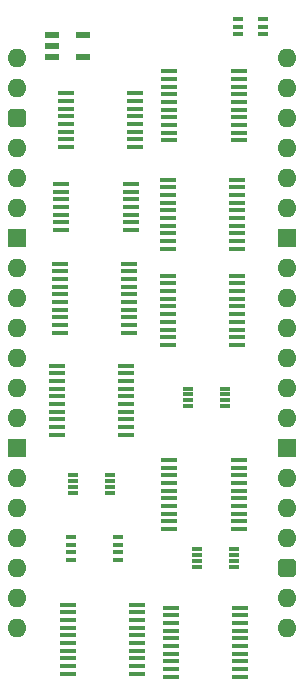
<source format=gts>
%TF.GenerationSoftware,KiCad,Pcbnew,9.0.4*%
%TF.CreationDate,2025-09-20T10:09:57+02:00*%
%TF.ProjectId,Processor Full Device,50726f63-6573-4736-9f72-2046756c6c20,V0*%
%TF.SameCoordinates,Original*%
%TF.FileFunction,Soldermask,Top*%
%TF.FilePolarity,Negative*%
%FSLAX46Y46*%
G04 Gerber Fmt 4.6, Leading zero omitted, Abs format (unit mm)*
G04 Created by KiCad (PCBNEW 9.0.4) date 2025-09-20 10:09:57*
%MOMM*%
%LPD*%
G01*
G04 APERTURE LIST*
G04 Aperture macros list*
%AMRoundRect*
0 Rectangle with rounded corners*
0 $1 Rounding radius*
0 $2 $3 $4 $5 $6 $7 $8 $9 X,Y pos of 4 corners*
0 Add a 4 corners polygon primitive as box body*
4,1,4,$2,$3,$4,$5,$6,$7,$8,$9,$2,$3,0*
0 Add four circle primitives for the rounded corners*
1,1,$1+$1,$2,$3*
1,1,$1+$1,$4,$5*
1,1,$1+$1,$6,$7*
1,1,$1+$1,$8,$9*
0 Add four rect primitives between the rounded corners*
20,1,$1+$1,$2,$3,$4,$5,0*
20,1,$1+$1,$4,$5,$6,$7,0*
20,1,$1+$1,$6,$7,$8,$9,0*
20,1,$1+$1,$8,$9,$2,$3,0*%
G04 Aperture macros list end*
%ADD10R,1.475000X0.450000*%
%ADD11R,0.850000X0.300000*%
%ADD12R,0.950000X0.450000*%
%ADD13R,1.150000X0.600000*%
%ADD14O,1.600000X1.600000*%
%ADD15R,1.600000X1.600000*%
%ADD16RoundRect,0.400000X-0.400000X-0.400000X0.400000X-0.400000X0.400000X0.400000X-0.400000X0.400000X0*%
%ADD17R,0.875000X0.450000*%
%ADD18R,1.450000X0.450000*%
G04 APERTURE END LIST*
D10*
%TO.C,IC14*%
X9542000Y-17395000D03*
X9542000Y-18045000D03*
X9542000Y-18695000D03*
X9542000Y-19345000D03*
X9542000Y-19995000D03*
X9542000Y-20645000D03*
X9542000Y-21295000D03*
X9542000Y-21945000D03*
X9542000Y-22595000D03*
X9542000Y-23245000D03*
X3666000Y-23245000D03*
X3666000Y-22595000D03*
X3666000Y-21945000D03*
X3666000Y-21295000D03*
X3666000Y-20645000D03*
X3666000Y-19995000D03*
X3666000Y-19345000D03*
X3666000Y-18695000D03*
X3666000Y-18045000D03*
X3666000Y-17395000D03*
%TD*%
%TO.C,IC13*%
X18686000Y-18435001D03*
X18686000Y-19085001D03*
X18686000Y-19735001D03*
X18686000Y-20385001D03*
X18686000Y-21035001D03*
X18686000Y-21685001D03*
X18686000Y-22335001D03*
X18686000Y-22985001D03*
X18686000Y-23635001D03*
X18686000Y-24285001D03*
X12810000Y-24285001D03*
X12810000Y-23635001D03*
X12810000Y-22985001D03*
X12810000Y-22335001D03*
X12810000Y-21685001D03*
X12810000Y-21035001D03*
X12810000Y-20385001D03*
X12810000Y-19735001D03*
X12810000Y-19085001D03*
X12810000Y-18435001D03*
%TD*%
%TO.C,IC12*%
X9288000Y-26031000D03*
X9288000Y-26681000D03*
X9288000Y-27331000D03*
X9288000Y-27981000D03*
X9288000Y-28631000D03*
X9288000Y-29281000D03*
X9288000Y-29931000D03*
X9288000Y-30581000D03*
X9288000Y-31231000D03*
X9288000Y-31881000D03*
X3412000Y-31881000D03*
X3412000Y-31231000D03*
X3412000Y-30581000D03*
X3412000Y-29931000D03*
X3412000Y-29281000D03*
X3412000Y-28631000D03*
X3412000Y-27981000D03*
X3412000Y-27331000D03*
X3412000Y-26681000D03*
X3412000Y-26031000D03*
%TD*%
%TO.C,IC10*%
X9669000Y-10673000D03*
X9669000Y-11323000D03*
X9669000Y-11973000D03*
X9669000Y-12623000D03*
X9669000Y-13273000D03*
X9669000Y-13923000D03*
X9669000Y-14573000D03*
X3793000Y-14573000D03*
X3793000Y-13923000D03*
X3793000Y-13273000D03*
X3793000Y-12623000D03*
X3793000Y-11973000D03*
X3793000Y-11323000D03*
X3793000Y-10673000D03*
%TD*%
D11*
%TO.C,IC2*%
X18390000Y-41553000D03*
X18390000Y-42053000D03*
X18390000Y-42553000D03*
X18390000Y-43053000D03*
X15240000Y-43053000D03*
X15240000Y-42553000D03*
X15240000Y-42053000D03*
X15240000Y-41553000D03*
%TD*%
D10*
%TO.C,IC16*%
X4305000Y-52135000D03*
X4305000Y-51485000D03*
X4305000Y-50835000D03*
X4305000Y-50185000D03*
X4305000Y-49535000D03*
X4305000Y-48885000D03*
X4305000Y-48235000D03*
X4305000Y-47585000D03*
X4305000Y-46935000D03*
X4305000Y-46285000D03*
X10181000Y-46285000D03*
X10181000Y-46935000D03*
X10181000Y-47585000D03*
X10181000Y-48235000D03*
X10181000Y-48885000D03*
X10181000Y-49535000D03*
X10181000Y-50185000D03*
X10181000Y-50835000D03*
X10181000Y-51485000D03*
X10181000Y-52135000D03*
%TD*%
D12*
%TO.C,IC17*%
X8579000Y-40554000D03*
X8579000Y-41204000D03*
X8579000Y-41854000D03*
X8579000Y-42504000D03*
X4629000Y-42504000D03*
X4629000Y-41854000D03*
X4629000Y-41204000D03*
X4629000Y-40554000D03*
%TD*%
D11*
%TO.C,IC15*%
X7925000Y-35318000D03*
X7925000Y-35818000D03*
X7925000Y-36318000D03*
X7925000Y-36818000D03*
X4775000Y-36818000D03*
X4775000Y-36318000D03*
X4775000Y-35818000D03*
X4775000Y-35318000D03*
%TD*%
D13*
%TO.C,IC6*%
X5618000Y1966000D03*
X5618000Y66000D03*
X3018000Y66000D03*
X3018000Y1016000D03*
X3018000Y1966000D03*
%TD*%
D14*
%TO.C,J1*%
X22860000Y0D03*
X22860000Y-2540000D03*
X22860000Y-5080000D03*
X22860000Y-7620000D03*
X22860000Y-10160000D03*
X22860000Y-12700000D03*
D15*
X22860000Y-15240000D03*
D14*
X22860000Y-17780000D03*
X22860000Y-20320000D03*
X22860000Y-22860000D03*
X22860000Y-25400000D03*
X22860000Y-27940000D03*
X22860000Y-30480000D03*
D15*
X22860000Y-33020000D03*
D14*
X22860000Y-35560000D03*
X22860000Y-38100000D03*
X22860000Y-40640000D03*
D16*
X22860000Y-43180000D03*
D14*
X22860000Y-45720000D03*
X22860000Y-48260000D03*
X0Y-48260000D03*
X0Y-45720000D03*
X0Y-43180000D03*
X0Y-40640000D03*
X0Y-38100000D03*
X0Y-35560000D03*
D15*
X0Y-33020000D03*
D14*
X0Y-30480000D03*
X0Y-27940000D03*
X0Y-25400000D03*
X0Y-22860000D03*
X0Y-20320000D03*
X0Y-17780000D03*
D15*
X0Y-15240000D03*
D14*
X0Y-12700000D03*
X0Y-10160000D03*
X0Y-7620000D03*
D16*
X0Y-5080000D03*
D14*
X0Y-2540000D03*
X0Y0D03*
%TD*%
D10*
%TO.C,IC8*%
X12810000Y-16133000D03*
X12810000Y-15483000D03*
X12810000Y-14833000D03*
X12810000Y-14183000D03*
X12810000Y-13533000D03*
X12810000Y-12883000D03*
X12810000Y-12233000D03*
X12810000Y-11583000D03*
X12810000Y-10933000D03*
X12810000Y-10283000D03*
X18686000Y-10283000D03*
X18686000Y-10933000D03*
X18686000Y-11583000D03*
X18686000Y-12233000D03*
X18686000Y-12883000D03*
X18686000Y-13533000D03*
X18686000Y-14183000D03*
X18686000Y-14833000D03*
X18686000Y-15483000D03*
X18686000Y-16133000D03*
%TD*%
D11*
%TO.C,IC1*%
X17669999Y-27980001D03*
X17669999Y-28480001D03*
X17669999Y-28980001D03*
X17669999Y-29480001D03*
X14519999Y-29480001D03*
X14519999Y-28980001D03*
X14519999Y-28480001D03*
X14519999Y-27980001D03*
%TD*%
D17*
%TO.C,IC5*%
X20828000Y3302000D03*
X20828000Y2652000D03*
X20828000Y2002000D03*
X18704000Y2002000D03*
X18704000Y2652000D03*
X18704000Y3302000D03*
%TD*%
D18*
%TO.C,IC4*%
X10041000Y-2982000D03*
X10041000Y-3632000D03*
X10041000Y-4282000D03*
X10041000Y-4932000D03*
X10041000Y-5582000D03*
X10041000Y-6232000D03*
X10041000Y-6882000D03*
X10041000Y-7532000D03*
X4191000Y-7532000D03*
X4191000Y-6882000D03*
X4191000Y-6232000D03*
X4191000Y-5582000D03*
X4191000Y-4932000D03*
X4191000Y-4282000D03*
X4191000Y-3632000D03*
X4191000Y-2982000D03*
%TD*%
D10*
%TO.C,IC11*%
X13064000Y-52384000D03*
X13064000Y-51734000D03*
X13064000Y-51084000D03*
X13064000Y-50434000D03*
X13064000Y-49784000D03*
X13064000Y-49134000D03*
X13064000Y-48484000D03*
X13064000Y-47834000D03*
X13064000Y-47184000D03*
X13064000Y-46534000D03*
X18940000Y-46534000D03*
X18940000Y-47184000D03*
X18940000Y-47834000D03*
X18940000Y-48484000D03*
X18940000Y-49134000D03*
X18940000Y-49784000D03*
X18940000Y-50434000D03*
X18940000Y-51084000D03*
X18940000Y-51734000D03*
X18940000Y-52384000D03*
%TD*%
%TO.C,IC9*%
X12937000Y-6963000D03*
X12937000Y-6313000D03*
X12937000Y-5663000D03*
X12937000Y-5013000D03*
X12937000Y-4363000D03*
X12937000Y-3713000D03*
X12937000Y-3063000D03*
X12937000Y-2413000D03*
X12937000Y-1763000D03*
X12937000Y-1113000D03*
X18813000Y-1113000D03*
X18813000Y-1763000D03*
X18813000Y-2413000D03*
X18813000Y-3063000D03*
X18813000Y-3713000D03*
X18813000Y-4363000D03*
X18813000Y-5013000D03*
X18813000Y-5663000D03*
X18813000Y-6313000D03*
X18813000Y-6963000D03*
%TD*%
%TO.C,IC7*%
X12937000Y-39887001D03*
X12937000Y-39237001D03*
X12937000Y-38587001D03*
X12937000Y-37937001D03*
X12937000Y-37287001D03*
X12937000Y-36637001D03*
X12937000Y-35987001D03*
X12937000Y-35337001D03*
X12937000Y-34687001D03*
X12937000Y-34037001D03*
X18813000Y-34037001D03*
X18813000Y-34687001D03*
X18813000Y-35337001D03*
X18813000Y-35987001D03*
X18813000Y-36637001D03*
X18813000Y-37287001D03*
X18813000Y-37937001D03*
X18813000Y-38587001D03*
X18813000Y-39237001D03*
X18813000Y-39887001D03*
%TD*%
M02*

</source>
